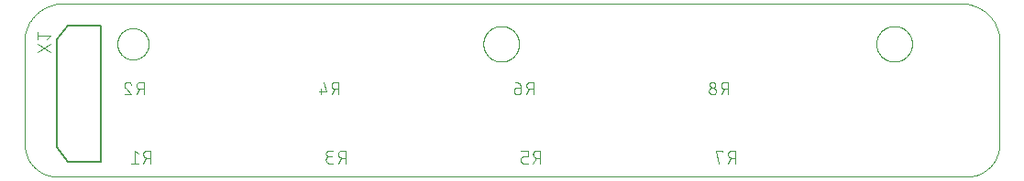
<source format=gbo>
G75*
%MOIN*%
%OFA0B0*%
%FSLAX25Y25*%
%IPPOS*%
%LPD*%
%AMOC8*
5,1,8,0,0,1.08239X$1,22.5*
%
%ADD10C,0.00000*%
%ADD11C,0.00400*%
%ADD12C,0.00500*%
D10*
X0021079Y0005938D02*
X0351787Y0005938D01*
X0352072Y0005941D01*
X0352358Y0005952D01*
X0352643Y0005969D01*
X0352927Y0005993D01*
X0353211Y0006024D01*
X0353494Y0006062D01*
X0353775Y0006107D01*
X0354056Y0006158D01*
X0354336Y0006216D01*
X0354614Y0006281D01*
X0354890Y0006353D01*
X0355164Y0006431D01*
X0355437Y0006516D01*
X0355707Y0006608D01*
X0355975Y0006706D01*
X0356241Y0006810D01*
X0356504Y0006921D01*
X0356764Y0007038D01*
X0357022Y0007161D01*
X0357276Y0007291D01*
X0357527Y0007427D01*
X0357775Y0007568D01*
X0358019Y0007716D01*
X0358260Y0007869D01*
X0358496Y0008029D01*
X0358729Y0008194D01*
X0358958Y0008364D01*
X0359183Y0008540D01*
X0359403Y0008722D01*
X0359619Y0008908D01*
X0359830Y0009100D01*
X0360037Y0009297D01*
X0360239Y0009499D01*
X0360436Y0009706D01*
X0360628Y0009917D01*
X0360814Y0010133D01*
X0360996Y0010353D01*
X0361172Y0010578D01*
X0361342Y0010807D01*
X0361507Y0011040D01*
X0361667Y0011276D01*
X0361820Y0011517D01*
X0361968Y0011761D01*
X0362109Y0012009D01*
X0362245Y0012260D01*
X0362375Y0012514D01*
X0362498Y0012772D01*
X0362615Y0013032D01*
X0362726Y0013295D01*
X0362830Y0013561D01*
X0362928Y0013829D01*
X0363020Y0014099D01*
X0363105Y0014372D01*
X0363183Y0014646D01*
X0363255Y0014922D01*
X0363320Y0015200D01*
X0363378Y0015480D01*
X0363429Y0015761D01*
X0363474Y0016042D01*
X0363512Y0016325D01*
X0363543Y0016609D01*
X0363567Y0016893D01*
X0363584Y0017178D01*
X0363595Y0017464D01*
X0363598Y0017749D01*
X0363598Y0053182D01*
X0363598Y0053183D02*
X0363642Y0053516D01*
X0363677Y0053851D01*
X0363704Y0054186D01*
X0363724Y0054522D01*
X0363735Y0054858D01*
X0363738Y0055194D01*
X0363733Y0055530D01*
X0363720Y0055867D01*
X0363698Y0056202D01*
X0363669Y0056537D01*
X0363631Y0056872D01*
X0363586Y0057205D01*
X0363532Y0057537D01*
X0363470Y0057868D01*
X0363401Y0058197D01*
X0363323Y0058524D01*
X0363238Y0058849D01*
X0363144Y0059172D01*
X0363043Y0059493D01*
X0362935Y0059811D01*
X0362818Y0060127D01*
X0362694Y0060440D01*
X0362563Y0060749D01*
X0362424Y0061056D01*
X0362277Y0061358D01*
X0362124Y0061658D01*
X0361963Y0061953D01*
X0361795Y0062245D01*
X0361620Y0062532D01*
X0361438Y0062815D01*
X0361250Y0063093D01*
X0361054Y0063367D01*
X0360852Y0063636D01*
X0360644Y0063900D01*
X0360430Y0064159D01*
X0360209Y0064413D01*
X0359982Y0064662D01*
X0359749Y0064904D01*
X0359511Y0065142D01*
X0359266Y0065373D01*
X0359017Y0065598D01*
X0358762Y0065817D01*
X0358501Y0066030D01*
X0358236Y0066237D01*
X0357965Y0066437D01*
X0357690Y0066631D01*
X0357411Y0066817D01*
X0357127Y0066997D01*
X0356838Y0067171D01*
X0356546Y0067337D01*
X0356249Y0067496D01*
X0355949Y0067647D01*
X0355645Y0067792D01*
X0355338Y0067929D01*
X0355028Y0068059D01*
X0354714Y0068181D01*
X0354398Y0068295D01*
X0354079Y0068402D01*
X0353758Y0068501D01*
X0353434Y0068592D01*
X0353108Y0068676D01*
X0352780Y0068751D01*
X0352451Y0068819D01*
X0352120Y0068879D01*
X0351787Y0068930D01*
X0021079Y0068930D01*
X0020746Y0068879D01*
X0020415Y0068819D01*
X0020086Y0068751D01*
X0019758Y0068676D01*
X0019432Y0068592D01*
X0019108Y0068501D01*
X0018787Y0068402D01*
X0018468Y0068295D01*
X0018152Y0068181D01*
X0017838Y0068059D01*
X0017528Y0067929D01*
X0017221Y0067792D01*
X0016917Y0067647D01*
X0016617Y0067496D01*
X0016320Y0067337D01*
X0016028Y0067171D01*
X0015739Y0066997D01*
X0015455Y0066817D01*
X0015176Y0066631D01*
X0014901Y0066437D01*
X0014630Y0066237D01*
X0014365Y0066030D01*
X0014104Y0065817D01*
X0013849Y0065598D01*
X0013600Y0065373D01*
X0013355Y0065142D01*
X0013117Y0064904D01*
X0012884Y0064662D01*
X0012657Y0064413D01*
X0012436Y0064159D01*
X0012222Y0063900D01*
X0012014Y0063636D01*
X0011812Y0063367D01*
X0011616Y0063093D01*
X0011428Y0062815D01*
X0011246Y0062532D01*
X0011071Y0062245D01*
X0010903Y0061953D01*
X0010742Y0061658D01*
X0010589Y0061358D01*
X0010442Y0061056D01*
X0010303Y0060749D01*
X0010172Y0060440D01*
X0010048Y0060127D01*
X0009931Y0059811D01*
X0009823Y0059493D01*
X0009722Y0059172D01*
X0009628Y0058849D01*
X0009543Y0058524D01*
X0009465Y0058197D01*
X0009396Y0057868D01*
X0009334Y0057537D01*
X0009280Y0057205D01*
X0009235Y0056872D01*
X0009197Y0056537D01*
X0009168Y0056202D01*
X0009146Y0055867D01*
X0009133Y0055530D01*
X0009128Y0055194D01*
X0009131Y0054858D01*
X0009142Y0054522D01*
X0009162Y0054186D01*
X0009189Y0053851D01*
X0009224Y0053516D01*
X0009268Y0053183D01*
X0009268Y0053182D02*
X0009268Y0017749D01*
X0009271Y0017464D01*
X0009282Y0017178D01*
X0009299Y0016893D01*
X0009323Y0016609D01*
X0009354Y0016325D01*
X0009392Y0016042D01*
X0009437Y0015761D01*
X0009488Y0015480D01*
X0009546Y0015200D01*
X0009611Y0014922D01*
X0009683Y0014646D01*
X0009761Y0014372D01*
X0009846Y0014099D01*
X0009938Y0013829D01*
X0010036Y0013561D01*
X0010140Y0013295D01*
X0010251Y0013032D01*
X0010368Y0012772D01*
X0010491Y0012514D01*
X0010621Y0012260D01*
X0010757Y0012009D01*
X0010898Y0011761D01*
X0011046Y0011517D01*
X0011199Y0011276D01*
X0011359Y0011040D01*
X0011524Y0010807D01*
X0011694Y0010578D01*
X0011870Y0010353D01*
X0012052Y0010133D01*
X0012238Y0009917D01*
X0012430Y0009706D01*
X0012627Y0009499D01*
X0012829Y0009297D01*
X0013036Y0009100D01*
X0013247Y0008908D01*
X0013463Y0008722D01*
X0013683Y0008540D01*
X0013908Y0008364D01*
X0014137Y0008194D01*
X0014370Y0008029D01*
X0014606Y0007869D01*
X0014847Y0007716D01*
X0015091Y0007568D01*
X0015339Y0007427D01*
X0015590Y0007291D01*
X0015844Y0007161D01*
X0016102Y0007038D01*
X0016362Y0006921D01*
X0016625Y0006810D01*
X0016891Y0006706D01*
X0017159Y0006608D01*
X0017429Y0006516D01*
X0017702Y0006431D01*
X0017976Y0006353D01*
X0018252Y0006281D01*
X0018530Y0006216D01*
X0018810Y0006158D01*
X0019091Y0006107D01*
X0019372Y0006062D01*
X0019655Y0006024D01*
X0019939Y0005993D01*
X0020223Y0005969D01*
X0020508Y0005952D01*
X0020794Y0005941D01*
X0021079Y0005938D01*
X0042929Y0054363D02*
X0042931Y0054514D01*
X0042937Y0054664D01*
X0042947Y0054815D01*
X0042961Y0054965D01*
X0042979Y0055114D01*
X0043000Y0055264D01*
X0043026Y0055412D01*
X0043056Y0055560D01*
X0043089Y0055707D01*
X0043127Y0055853D01*
X0043168Y0055998D01*
X0043213Y0056142D01*
X0043262Y0056284D01*
X0043315Y0056425D01*
X0043371Y0056565D01*
X0043431Y0056703D01*
X0043494Y0056840D01*
X0043562Y0056975D01*
X0043632Y0057108D01*
X0043706Y0057239D01*
X0043784Y0057368D01*
X0043865Y0057495D01*
X0043949Y0057620D01*
X0044037Y0057743D01*
X0044128Y0057863D01*
X0044222Y0057981D01*
X0044319Y0058096D01*
X0044419Y0058209D01*
X0044522Y0058319D01*
X0044628Y0058426D01*
X0044737Y0058531D01*
X0044848Y0058632D01*
X0044962Y0058731D01*
X0045078Y0058826D01*
X0045198Y0058919D01*
X0045319Y0059008D01*
X0045443Y0059094D01*
X0045569Y0059177D01*
X0045697Y0059256D01*
X0045827Y0059332D01*
X0045959Y0059405D01*
X0046093Y0059473D01*
X0046229Y0059539D01*
X0046367Y0059601D01*
X0046506Y0059659D01*
X0046646Y0059713D01*
X0046788Y0059764D01*
X0046931Y0059811D01*
X0047076Y0059854D01*
X0047221Y0059893D01*
X0047368Y0059929D01*
X0047515Y0059960D01*
X0047663Y0059988D01*
X0047812Y0060012D01*
X0047961Y0060032D01*
X0048111Y0060048D01*
X0048261Y0060060D01*
X0048412Y0060068D01*
X0048563Y0060072D01*
X0048713Y0060072D01*
X0048864Y0060068D01*
X0049015Y0060060D01*
X0049165Y0060048D01*
X0049315Y0060032D01*
X0049464Y0060012D01*
X0049613Y0059988D01*
X0049761Y0059960D01*
X0049908Y0059929D01*
X0050055Y0059893D01*
X0050200Y0059854D01*
X0050345Y0059811D01*
X0050488Y0059764D01*
X0050630Y0059713D01*
X0050770Y0059659D01*
X0050909Y0059601D01*
X0051047Y0059539D01*
X0051183Y0059473D01*
X0051317Y0059405D01*
X0051449Y0059332D01*
X0051579Y0059256D01*
X0051707Y0059177D01*
X0051833Y0059094D01*
X0051957Y0059008D01*
X0052078Y0058919D01*
X0052198Y0058826D01*
X0052314Y0058731D01*
X0052428Y0058632D01*
X0052539Y0058531D01*
X0052648Y0058426D01*
X0052754Y0058319D01*
X0052857Y0058209D01*
X0052957Y0058096D01*
X0053054Y0057981D01*
X0053148Y0057863D01*
X0053239Y0057743D01*
X0053327Y0057620D01*
X0053411Y0057495D01*
X0053492Y0057368D01*
X0053570Y0057239D01*
X0053644Y0057108D01*
X0053714Y0056975D01*
X0053782Y0056840D01*
X0053845Y0056703D01*
X0053905Y0056565D01*
X0053961Y0056425D01*
X0054014Y0056284D01*
X0054063Y0056142D01*
X0054108Y0055998D01*
X0054149Y0055853D01*
X0054187Y0055707D01*
X0054220Y0055560D01*
X0054250Y0055412D01*
X0054276Y0055264D01*
X0054297Y0055114D01*
X0054315Y0054965D01*
X0054329Y0054815D01*
X0054339Y0054664D01*
X0054345Y0054514D01*
X0054347Y0054363D01*
X0054345Y0054212D01*
X0054339Y0054062D01*
X0054329Y0053911D01*
X0054315Y0053761D01*
X0054297Y0053612D01*
X0054276Y0053462D01*
X0054250Y0053314D01*
X0054220Y0053166D01*
X0054187Y0053019D01*
X0054149Y0052873D01*
X0054108Y0052728D01*
X0054063Y0052584D01*
X0054014Y0052442D01*
X0053961Y0052301D01*
X0053905Y0052161D01*
X0053845Y0052023D01*
X0053782Y0051886D01*
X0053714Y0051751D01*
X0053644Y0051618D01*
X0053570Y0051487D01*
X0053492Y0051358D01*
X0053411Y0051231D01*
X0053327Y0051106D01*
X0053239Y0050983D01*
X0053148Y0050863D01*
X0053054Y0050745D01*
X0052957Y0050630D01*
X0052857Y0050517D01*
X0052754Y0050407D01*
X0052648Y0050300D01*
X0052539Y0050195D01*
X0052428Y0050094D01*
X0052314Y0049995D01*
X0052198Y0049900D01*
X0052078Y0049807D01*
X0051957Y0049718D01*
X0051833Y0049632D01*
X0051707Y0049549D01*
X0051579Y0049470D01*
X0051449Y0049394D01*
X0051317Y0049321D01*
X0051183Y0049253D01*
X0051047Y0049187D01*
X0050909Y0049125D01*
X0050770Y0049067D01*
X0050630Y0049013D01*
X0050488Y0048962D01*
X0050345Y0048915D01*
X0050200Y0048872D01*
X0050055Y0048833D01*
X0049908Y0048797D01*
X0049761Y0048766D01*
X0049613Y0048738D01*
X0049464Y0048714D01*
X0049315Y0048694D01*
X0049165Y0048678D01*
X0049015Y0048666D01*
X0048864Y0048658D01*
X0048713Y0048654D01*
X0048563Y0048654D01*
X0048412Y0048658D01*
X0048261Y0048666D01*
X0048111Y0048678D01*
X0047961Y0048694D01*
X0047812Y0048714D01*
X0047663Y0048738D01*
X0047515Y0048766D01*
X0047368Y0048797D01*
X0047221Y0048833D01*
X0047076Y0048872D01*
X0046931Y0048915D01*
X0046788Y0048962D01*
X0046646Y0049013D01*
X0046506Y0049067D01*
X0046367Y0049125D01*
X0046229Y0049187D01*
X0046093Y0049253D01*
X0045959Y0049321D01*
X0045827Y0049394D01*
X0045697Y0049470D01*
X0045569Y0049549D01*
X0045443Y0049632D01*
X0045319Y0049718D01*
X0045198Y0049807D01*
X0045078Y0049900D01*
X0044962Y0049995D01*
X0044848Y0050094D01*
X0044737Y0050195D01*
X0044628Y0050300D01*
X0044522Y0050407D01*
X0044419Y0050517D01*
X0044319Y0050630D01*
X0044222Y0050745D01*
X0044128Y0050863D01*
X0044037Y0050983D01*
X0043949Y0051106D01*
X0043865Y0051231D01*
X0043784Y0051358D01*
X0043706Y0051487D01*
X0043632Y0051618D01*
X0043562Y0051751D01*
X0043494Y0051886D01*
X0043431Y0052023D01*
X0043371Y0052161D01*
X0043315Y0052301D01*
X0043262Y0052442D01*
X0043213Y0052584D01*
X0043168Y0052728D01*
X0043127Y0052873D01*
X0043089Y0053019D01*
X0043056Y0053166D01*
X0043026Y0053314D01*
X0043000Y0053462D01*
X0042979Y0053612D01*
X0042961Y0053761D01*
X0042947Y0053911D01*
X0042937Y0054062D01*
X0042931Y0054212D01*
X0042929Y0054363D01*
X0176000Y0054363D02*
X0176002Y0054524D01*
X0176008Y0054684D01*
X0176018Y0054845D01*
X0176032Y0055005D01*
X0176050Y0055164D01*
X0176071Y0055324D01*
X0176097Y0055482D01*
X0176127Y0055640D01*
X0176160Y0055797D01*
X0176198Y0055954D01*
X0176239Y0056109D01*
X0176284Y0056263D01*
X0176333Y0056416D01*
X0176386Y0056568D01*
X0176442Y0056718D01*
X0176502Y0056867D01*
X0176566Y0057015D01*
X0176633Y0057161D01*
X0176704Y0057305D01*
X0176779Y0057447D01*
X0176857Y0057588D01*
X0176938Y0057726D01*
X0177023Y0057863D01*
X0177112Y0057997D01*
X0177203Y0058129D01*
X0177298Y0058259D01*
X0177396Y0058386D01*
X0177497Y0058511D01*
X0177601Y0058634D01*
X0177708Y0058753D01*
X0177818Y0058870D01*
X0177931Y0058985D01*
X0178047Y0059096D01*
X0178165Y0059205D01*
X0178286Y0059310D01*
X0178410Y0059413D01*
X0178536Y0059513D01*
X0178665Y0059609D01*
X0178796Y0059702D01*
X0178929Y0059792D01*
X0179064Y0059879D01*
X0179202Y0059962D01*
X0179341Y0060041D01*
X0179483Y0060118D01*
X0179626Y0060191D01*
X0179771Y0060260D01*
X0179918Y0060325D01*
X0180066Y0060387D01*
X0180216Y0060446D01*
X0180367Y0060500D01*
X0180519Y0060551D01*
X0180673Y0060598D01*
X0180828Y0060641D01*
X0180983Y0060680D01*
X0181140Y0060716D01*
X0181298Y0060748D01*
X0181456Y0060775D01*
X0181615Y0060799D01*
X0181774Y0060819D01*
X0181934Y0060835D01*
X0182095Y0060847D01*
X0182255Y0060855D01*
X0182416Y0060859D01*
X0182576Y0060859D01*
X0182737Y0060855D01*
X0182897Y0060847D01*
X0183058Y0060835D01*
X0183218Y0060819D01*
X0183377Y0060799D01*
X0183536Y0060775D01*
X0183694Y0060748D01*
X0183852Y0060716D01*
X0184009Y0060680D01*
X0184164Y0060641D01*
X0184319Y0060598D01*
X0184473Y0060551D01*
X0184625Y0060500D01*
X0184776Y0060446D01*
X0184926Y0060387D01*
X0185074Y0060325D01*
X0185221Y0060260D01*
X0185366Y0060191D01*
X0185509Y0060118D01*
X0185651Y0060041D01*
X0185790Y0059962D01*
X0185928Y0059879D01*
X0186063Y0059792D01*
X0186196Y0059702D01*
X0186327Y0059609D01*
X0186456Y0059513D01*
X0186582Y0059413D01*
X0186706Y0059310D01*
X0186827Y0059205D01*
X0186945Y0059096D01*
X0187061Y0058985D01*
X0187174Y0058870D01*
X0187284Y0058753D01*
X0187391Y0058634D01*
X0187495Y0058511D01*
X0187596Y0058386D01*
X0187694Y0058259D01*
X0187789Y0058129D01*
X0187880Y0057997D01*
X0187969Y0057863D01*
X0188054Y0057726D01*
X0188135Y0057588D01*
X0188213Y0057447D01*
X0188288Y0057305D01*
X0188359Y0057161D01*
X0188426Y0057015D01*
X0188490Y0056867D01*
X0188550Y0056718D01*
X0188606Y0056568D01*
X0188659Y0056416D01*
X0188708Y0056263D01*
X0188753Y0056109D01*
X0188794Y0055954D01*
X0188832Y0055797D01*
X0188865Y0055640D01*
X0188895Y0055482D01*
X0188921Y0055324D01*
X0188942Y0055164D01*
X0188960Y0055005D01*
X0188974Y0054845D01*
X0188984Y0054684D01*
X0188990Y0054524D01*
X0188992Y0054363D01*
X0188990Y0054202D01*
X0188984Y0054042D01*
X0188974Y0053881D01*
X0188960Y0053721D01*
X0188942Y0053562D01*
X0188921Y0053402D01*
X0188895Y0053244D01*
X0188865Y0053086D01*
X0188832Y0052929D01*
X0188794Y0052772D01*
X0188753Y0052617D01*
X0188708Y0052463D01*
X0188659Y0052310D01*
X0188606Y0052158D01*
X0188550Y0052008D01*
X0188490Y0051859D01*
X0188426Y0051711D01*
X0188359Y0051565D01*
X0188288Y0051421D01*
X0188213Y0051279D01*
X0188135Y0051138D01*
X0188054Y0051000D01*
X0187969Y0050863D01*
X0187880Y0050729D01*
X0187789Y0050597D01*
X0187694Y0050467D01*
X0187596Y0050340D01*
X0187495Y0050215D01*
X0187391Y0050092D01*
X0187284Y0049973D01*
X0187174Y0049856D01*
X0187061Y0049741D01*
X0186945Y0049630D01*
X0186827Y0049521D01*
X0186706Y0049416D01*
X0186582Y0049313D01*
X0186456Y0049213D01*
X0186327Y0049117D01*
X0186196Y0049024D01*
X0186063Y0048934D01*
X0185928Y0048847D01*
X0185790Y0048764D01*
X0185651Y0048685D01*
X0185509Y0048608D01*
X0185366Y0048535D01*
X0185221Y0048466D01*
X0185074Y0048401D01*
X0184926Y0048339D01*
X0184776Y0048280D01*
X0184625Y0048226D01*
X0184473Y0048175D01*
X0184319Y0048128D01*
X0184164Y0048085D01*
X0184009Y0048046D01*
X0183852Y0048010D01*
X0183694Y0047978D01*
X0183536Y0047951D01*
X0183377Y0047927D01*
X0183218Y0047907D01*
X0183058Y0047891D01*
X0182897Y0047879D01*
X0182737Y0047871D01*
X0182576Y0047867D01*
X0182416Y0047867D01*
X0182255Y0047871D01*
X0182095Y0047879D01*
X0181934Y0047891D01*
X0181774Y0047907D01*
X0181615Y0047927D01*
X0181456Y0047951D01*
X0181298Y0047978D01*
X0181140Y0048010D01*
X0180983Y0048046D01*
X0180828Y0048085D01*
X0180673Y0048128D01*
X0180519Y0048175D01*
X0180367Y0048226D01*
X0180216Y0048280D01*
X0180066Y0048339D01*
X0179918Y0048401D01*
X0179771Y0048466D01*
X0179626Y0048535D01*
X0179483Y0048608D01*
X0179341Y0048685D01*
X0179202Y0048764D01*
X0179064Y0048847D01*
X0178929Y0048934D01*
X0178796Y0049024D01*
X0178665Y0049117D01*
X0178536Y0049213D01*
X0178410Y0049313D01*
X0178286Y0049416D01*
X0178165Y0049521D01*
X0178047Y0049630D01*
X0177931Y0049741D01*
X0177818Y0049856D01*
X0177708Y0049973D01*
X0177601Y0050092D01*
X0177497Y0050215D01*
X0177396Y0050340D01*
X0177298Y0050467D01*
X0177203Y0050597D01*
X0177112Y0050729D01*
X0177023Y0050863D01*
X0176938Y0051000D01*
X0176857Y0051138D01*
X0176779Y0051279D01*
X0176704Y0051421D01*
X0176633Y0051565D01*
X0176566Y0051711D01*
X0176502Y0051859D01*
X0176442Y0052008D01*
X0176386Y0052158D01*
X0176333Y0052310D01*
X0176284Y0052463D01*
X0176239Y0052617D01*
X0176198Y0052772D01*
X0176160Y0052929D01*
X0176127Y0053086D01*
X0176097Y0053244D01*
X0176071Y0053402D01*
X0176050Y0053562D01*
X0176032Y0053721D01*
X0176018Y0053881D01*
X0176008Y0054042D01*
X0176002Y0054202D01*
X0176000Y0054363D01*
X0318913Y0054363D02*
X0318915Y0054524D01*
X0318921Y0054684D01*
X0318931Y0054845D01*
X0318945Y0055005D01*
X0318963Y0055164D01*
X0318984Y0055324D01*
X0319010Y0055482D01*
X0319040Y0055640D01*
X0319073Y0055797D01*
X0319111Y0055954D01*
X0319152Y0056109D01*
X0319197Y0056263D01*
X0319246Y0056416D01*
X0319299Y0056568D01*
X0319355Y0056718D01*
X0319415Y0056867D01*
X0319479Y0057015D01*
X0319546Y0057161D01*
X0319617Y0057305D01*
X0319692Y0057447D01*
X0319770Y0057588D01*
X0319851Y0057726D01*
X0319936Y0057863D01*
X0320025Y0057997D01*
X0320116Y0058129D01*
X0320211Y0058259D01*
X0320309Y0058386D01*
X0320410Y0058511D01*
X0320514Y0058634D01*
X0320621Y0058753D01*
X0320731Y0058870D01*
X0320844Y0058985D01*
X0320960Y0059096D01*
X0321078Y0059205D01*
X0321199Y0059310D01*
X0321323Y0059413D01*
X0321449Y0059513D01*
X0321578Y0059609D01*
X0321709Y0059702D01*
X0321842Y0059792D01*
X0321977Y0059879D01*
X0322115Y0059962D01*
X0322254Y0060041D01*
X0322396Y0060118D01*
X0322539Y0060191D01*
X0322684Y0060260D01*
X0322831Y0060325D01*
X0322979Y0060387D01*
X0323129Y0060446D01*
X0323280Y0060500D01*
X0323432Y0060551D01*
X0323586Y0060598D01*
X0323741Y0060641D01*
X0323896Y0060680D01*
X0324053Y0060716D01*
X0324211Y0060748D01*
X0324369Y0060775D01*
X0324528Y0060799D01*
X0324687Y0060819D01*
X0324847Y0060835D01*
X0325008Y0060847D01*
X0325168Y0060855D01*
X0325329Y0060859D01*
X0325489Y0060859D01*
X0325650Y0060855D01*
X0325810Y0060847D01*
X0325971Y0060835D01*
X0326131Y0060819D01*
X0326290Y0060799D01*
X0326449Y0060775D01*
X0326607Y0060748D01*
X0326765Y0060716D01*
X0326922Y0060680D01*
X0327077Y0060641D01*
X0327232Y0060598D01*
X0327386Y0060551D01*
X0327538Y0060500D01*
X0327689Y0060446D01*
X0327839Y0060387D01*
X0327987Y0060325D01*
X0328134Y0060260D01*
X0328279Y0060191D01*
X0328422Y0060118D01*
X0328564Y0060041D01*
X0328703Y0059962D01*
X0328841Y0059879D01*
X0328976Y0059792D01*
X0329109Y0059702D01*
X0329240Y0059609D01*
X0329369Y0059513D01*
X0329495Y0059413D01*
X0329619Y0059310D01*
X0329740Y0059205D01*
X0329858Y0059096D01*
X0329974Y0058985D01*
X0330087Y0058870D01*
X0330197Y0058753D01*
X0330304Y0058634D01*
X0330408Y0058511D01*
X0330509Y0058386D01*
X0330607Y0058259D01*
X0330702Y0058129D01*
X0330793Y0057997D01*
X0330882Y0057863D01*
X0330967Y0057726D01*
X0331048Y0057588D01*
X0331126Y0057447D01*
X0331201Y0057305D01*
X0331272Y0057161D01*
X0331339Y0057015D01*
X0331403Y0056867D01*
X0331463Y0056718D01*
X0331519Y0056568D01*
X0331572Y0056416D01*
X0331621Y0056263D01*
X0331666Y0056109D01*
X0331707Y0055954D01*
X0331745Y0055797D01*
X0331778Y0055640D01*
X0331808Y0055482D01*
X0331834Y0055324D01*
X0331855Y0055164D01*
X0331873Y0055005D01*
X0331887Y0054845D01*
X0331897Y0054684D01*
X0331903Y0054524D01*
X0331905Y0054363D01*
X0331903Y0054202D01*
X0331897Y0054042D01*
X0331887Y0053881D01*
X0331873Y0053721D01*
X0331855Y0053562D01*
X0331834Y0053402D01*
X0331808Y0053244D01*
X0331778Y0053086D01*
X0331745Y0052929D01*
X0331707Y0052772D01*
X0331666Y0052617D01*
X0331621Y0052463D01*
X0331572Y0052310D01*
X0331519Y0052158D01*
X0331463Y0052008D01*
X0331403Y0051859D01*
X0331339Y0051711D01*
X0331272Y0051565D01*
X0331201Y0051421D01*
X0331126Y0051279D01*
X0331048Y0051138D01*
X0330967Y0051000D01*
X0330882Y0050863D01*
X0330793Y0050729D01*
X0330702Y0050597D01*
X0330607Y0050467D01*
X0330509Y0050340D01*
X0330408Y0050215D01*
X0330304Y0050092D01*
X0330197Y0049973D01*
X0330087Y0049856D01*
X0329974Y0049741D01*
X0329858Y0049630D01*
X0329740Y0049521D01*
X0329619Y0049416D01*
X0329495Y0049313D01*
X0329369Y0049213D01*
X0329240Y0049117D01*
X0329109Y0049024D01*
X0328976Y0048934D01*
X0328841Y0048847D01*
X0328703Y0048764D01*
X0328564Y0048685D01*
X0328422Y0048608D01*
X0328279Y0048535D01*
X0328134Y0048466D01*
X0327987Y0048401D01*
X0327839Y0048339D01*
X0327689Y0048280D01*
X0327538Y0048226D01*
X0327386Y0048175D01*
X0327232Y0048128D01*
X0327077Y0048085D01*
X0326922Y0048046D01*
X0326765Y0048010D01*
X0326607Y0047978D01*
X0326449Y0047951D01*
X0326290Y0047927D01*
X0326131Y0047907D01*
X0325971Y0047891D01*
X0325810Y0047879D01*
X0325650Y0047871D01*
X0325489Y0047867D01*
X0325329Y0047867D01*
X0325168Y0047871D01*
X0325008Y0047879D01*
X0324847Y0047891D01*
X0324687Y0047907D01*
X0324528Y0047927D01*
X0324369Y0047951D01*
X0324211Y0047978D01*
X0324053Y0048010D01*
X0323896Y0048046D01*
X0323741Y0048085D01*
X0323586Y0048128D01*
X0323432Y0048175D01*
X0323280Y0048226D01*
X0323129Y0048280D01*
X0322979Y0048339D01*
X0322831Y0048401D01*
X0322684Y0048466D01*
X0322539Y0048535D01*
X0322396Y0048608D01*
X0322254Y0048685D01*
X0322115Y0048764D01*
X0321977Y0048847D01*
X0321842Y0048934D01*
X0321709Y0049024D01*
X0321578Y0049117D01*
X0321449Y0049213D01*
X0321323Y0049313D01*
X0321199Y0049416D01*
X0321078Y0049521D01*
X0320960Y0049630D01*
X0320844Y0049741D01*
X0320731Y0049856D01*
X0320621Y0049973D01*
X0320514Y0050092D01*
X0320410Y0050215D01*
X0320309Y0050340D01*
X0320211Y0050467D01*
X0320116Y0050597D01*
X0320025Y0050729D01*
X0319936Y0050863D01*
X0319851Y0051000D01*
X0319770Y0051138D01*
X0319692Y0051279D01*
X0319617Y0051421D01*
X0319546Y0051565D01*
X0319479Y0051711D01*
X0319415Y0051859D01*
X0319355Y0052008D01*
X0319299Y0052158D01*
X0319246Y0052310D01*
X0319197Y0052463D01*
X0319152Y0052617D01*
X0319111Y0052772D01*
X0319073Y0052929D01*
X0319040Y0053086D01*
X0319010Y0053244D01*
X0318984Y0053402D01*
X0318963Y0053562D01*
X0318945Y0053721D01*
X0318931Y0053881D01*
X0318921Y0054042D01*
X0318915Y0054202D01*
X0318913Y0054363D01*
D11*
X0265072Y0040463D02*
X0263794Y0040463D01*
X0265072Y0040463D02*
X0265072Y0035863D01*
X0263538Y0037907D02*
X0262516Y0035863D01*
X0260601Y0037140D02*
X0260599Y0037070D01*
X0260593Y0036999D01*
X0260584Y0036930D01*
X0260570Y0036861D01*
X0260553Y0036792D01*
X0260532Y0036725D01*
X0260507Y0036659D01*
X0260479Y0036595D01*
X0260447Y0036532D01*
X0260412Y0036471D01*
X0260373Y0036412D01*
X0260332Y0036355D01*
X0260287Y0036301D01*
X0260239Y0036249D01*
X0260189Y0036200D01*
X0260135Y0036153D01*
X0260080Y0036110D01*
X0260022Y0036070D01*
X0259962Y0036033D01*
X0259900Y0036000D01*
X0259836Y0035970D01*
X0259771Y0035943D01*
X0259705Y0035920D01*
X0259637Y0035901D01*
X0259568Y0035886D01*
X0259499Y0035874D01*
X0259429Y0035866D01*
X0259358Y0035862D01*
X0259288Y0035862D01*
X0259217Y0035866D01*
X0259147Y0035874D01*
X0259078Y0035886D01*
X0259009Y0035901D01*
X0258941Y0035920D01*
X0258875Y0035943D01*
X0258810Y0035970D01*
X0258746Y0036000D01*
X0258684Y0036033D01*
X0258624Y0036070D01*
X0258566Y0036110D01*
X0258511Y0036153D01*
X0258457Y0036200D01*
X0258407Y0036249D01*
X0258359Y0036301D01*
X0258314Y0036355D01*
X0258273Y0036412D01*
X0258234Y0036471D01*
X0258199Y0036532D01*
X0258167Y0036595D01*
X0258139Y0036659D01*
X0258114Y0036725D01*
X0258093Y0036792D01*
X0258076Y0036861D01*
X0258062Y0036930D01*
X0258053Y0036999D01*
X0258047Y0037070D01*
X0258045Y0037140D01*
X0258047Y0037210D01*
X0258053Y0037281D01*
X0258062Y0037350D01*
X0258076Y0037419D01*
X0258093Y0037488D01*
X0258114Y0037555D01*
X0258139Y0037621D01*
X0258167Y0037685D01*
X0258199Y0037748D01*
X0258234Y0037809D01*
X0258273Y0037868D01*
X0258314Y0037925D01*
X0258359Y0037979D01*
X0258407Y0038031D01*
X0258457Y0038080D01*
X0258511Y0038127D01*
X0258566Y0038170D01*
X0258624Y0038210D01*
X0258684Y0038247D01*
X0258746Y0038280D01*
X0258810Y0038310D01*
X0258875Y0038337D01*
X0258941Y0038360D01*
X0259009Y0038379D01*
X0259078Y0038394D01*
X0259147Y0038406D01*
X0259217Y0038414D01*
X0259288Y0038418D01*
X0259358Y0038418D01*
X0259429Y0038414D01*
X0259499Y0038406D01*
X0259568Y0038394D01*
X0259637Y0038379D01*
X0259705Y0038360D01*
X0259771Y0038337D01*
X0259836Y0038310D01*
X0259900Y0038280D01*
X0259962Y0038247D01*
X0260022Y0038210D01*
X0260080Y0038170D01*
X0260135Y0038127D01*
X0260189Y0038080D01*
X0260239Y0038031D01*
X0260287Y0037979D01*
X0260332Y0037925D01*
X0260373Y0037868D01*
X0260412Y0037809D01*
X0260447Y0037748D01*
X0260479Y0037685D01*
X0260507Y0037621D01*
X0260532Y0037555D01*
X0260553Y0037488D01*
X0260570Y0037419D01*
X0260584Y0037350D01*
X0260593Y0037281D01*
X0260599Y0037210D01*
X0260601Y0037140D01*
X0263794Y0037907D02*
X0265072Y0037907D01*
X0263794Y0037907D02*
X0263724Y0037909D01*
X0263653Y0037915D01*
X0263584Y0037924D01*
X0263515Y0037938D01*
X0263446Y0037955D01*
X0263379Y0037976D01*
X0263313Y0038001D01*
X0263249Y0038029D01*
X0263186Y0038061D01*
X0263125Y0038096D01*
X0263066Y0038135D01*
X0263009Y0038176D01*
X0262955Y0038221D01*
X0262903Y0038269D01*
X0262854Y0038319D01*
X0262807Y0038373D01*
X0262764Y0038428D01*
X0262724Y0038486D01*
X0262687Y0038546D01*
X0262654Y0038608D01*
X0262624Y0038672D01*
X0262597Y0038737D01*
X0262574Y0038803D01*
X0262555Y0038871D01*
X0262540Y0038940D01*
X0262528Y0039009D01*
X0262520Y0039079D01*
X0262516Y0039150D01*
X0262516Y0039220D01*
X0262520Y0039291D01*
X0262528Y0039361D01*
X0262540Y0039430D01*
X0262555Y0039499D01*
X0262574Y0039567D01*
X0262597Y0039633D01*
X0262624Y0039698D01*
X0262654Y0039762D01*
X0262687Y0039824D01*
X0262724Y0039884D01*
X0262764Y0039942D01*
X0262807Y0039997D01*
X0262854Y0040051D01*
X0262903Y0040101D01*
X0262955Y0040149D01*
X0263009Y0040194D01*
X0263066Y0040235D01*
X0263125Y0040274D01*
X0263186Y0040309D01*
X0263249Y0040341D01*
X0263313Y0040369D01*
X0263379Y0040394D01*
X0263446Y0040415D01*
X0263515Y0040432D01*
X0263584Y0040446D01*
X0263653Y0040455D01*
X0263724Y0040461D01*
X0263794Y0040463D01*
X0260345Y0039440D02*
X0260343Y0039377D01*
X0260337Y0039314D01*
X0260328Y0039252D01*
X0260314Y0039191D01*
X0260297Y0039130D01*
X0260276Y0039071D01*
X0260251Y0039013D01*
X0260223Y0038956D01*
X0260192Y0038902D01*
X0260157Y0038850D01*
X0260119Y0038799D01*
X0260078Y0038751D01*
X0260034Y0038706D01*
X0259988Y0038664D01*
X0259939Y0038624D01*
X0259888Y0038588D01*
X0259834Y0038555D01*
X0259779Y0038525D01*
X0259721Y0038499D01*
X0259663Y0038476D01*
X0259603Y0038457D01*
X0259542Y0038442D01*
X0259480Y0038430D01*
X0259417Y0038422D01*
X0259354Y0038418D01*
X0259292Y0038418D01*
X0259229Y0038422D01*
X0259166Y0038430D01*
X0259104Y0038442D01*
X0259043Y0038457D01*
X0258983Y0038476D01*
X0258925Y0038499D01*
X0258867Y0038525D01*
X0258812Y0038555D01*
X0258758Y0038588D01*
X0258707Y0038624D01*
X0258658Y0038664D01*
X0258612Y0038706D01*
X0258568Y0038751D01*
X0258527Y0038799D01*
X0258489Y0038850D01*
X0258454Y0038902D01*
X0258423Y0038956D01*
X0258395Y0039013D01*
X0258370Y0039071D01*
X0258349Y0039130D01*
X0258332Y0039191D01*
X0258318Y0039252D01*
X0258309Y0039314D01*
X0258303Y0039377D01*
X0258301Y0039440D01*
X0258303Y0039503D01*
X0258309Y0039566D01*
X0258318Y0039628D01*
X0258332Y0039689D01*
X0258349Y0039750D01*
X0258370Y0039809D01*
X0258395Y0039867D01*
X0258423Y0039924D01*
X0258454Y0039978D01*
X0258489Y0040030D01*
X0258527Y0040081D01*
X0258568Y0040129D01*
X0258612Y0040174D01*
X0258658Y0040216D01*
X0258707Y0040256D01*
X0258758Y0040292D01*
X0258812Y0040325D01*
X0258867Y0040355D01*
X0258925Y0040381D01*
X0258983Y0040404D01*
X0259043Y0040423D01*
X0259104Y0040438D01*
X0259166Y0040450D01*
X0259229Y0040458D01*
X0259292Y0040462D01*
X0259354Y0040462D01*
X0259417Y0040458D01*
X0259480Y0040450D01*
X0259542Y0040438D01*
X0259603Y0040423D01*
X0259663Y0040404D01*
X0259721Y0040381D01*
X0259779Y0040355D01*
X0259834Y0040325D01*
X0259888Y0040292D01*
X0259939Y0040256D01*
X0259988Y0040216D01*
X0260034Y0040174D01*
X0260078Y0040129D01*
X0260119Y0040081D01*
X0260157Y0040030D01*
X0260192Y0039978D01*
X0260223Y0039924D01*
X0260251Y0039867D01*
X0260276Y0039809D01*
X0260297Y0039750D01*
X0260314Y0039689D01*
X0260328Y0039628D01*
X0260337Y0039566D01*
X0260343Y0039503D01*
X0260345Y0039440D01*
X0194206Y0040463D02*
X0194206Y0035863D01*
X0192672Y0037907D02*
X0191650Y0035863D01*
X0189735Y0037140D02*
X0189735Y0038418D01*
X0188201Y0038418D01*
X0189734Y0038418D02*
X0189732Y0038507D01*
X0189726Y0038596D01*
X0189717Y0038685D01*
X0189703Y0038773D01*
X0189686Y0038860D01*
X0189664Y0038947D01*
X0189639Y0039033D01*
X0189611Y0039117D01*
X0189578Y0039200D01*
X0189542Y0039282D01*
X0189503Y0039362D01*
X0189460Y0039440D01*
X0189414Y0039516D01*
X0189364Y0039590D01*
X0189312Y0039662D01*
X0189256Y0039732D01*
X0189197Y0039799D01*
X0189135Y0039863D01*
X0189071Y0039925D01*
X0189004Y0039984D01*
X0188934Y0040040D01*
X0188862Y0040092D01*
X0188788Y0040142D01*
X0188712Y0040188D01*
X0188634Y0040231D01*
X0188554Y0040270D01*
X0188472Y0040306D01*
X0188389Y0040339D01*
X0188305Y0040367D01*
X0188219Y0040392D01*
X0188132Y0040414D01*
X0188045Y0040431D01*
X0187957Y0040445D01*
X0187868Y0040454D01*
X0187779Y0040460D01*
X0187690Y0040462D01*
X0192928Y0040463D02*
X0194206Y0040463D01*
X0192928Y0040463D02*
X0192858Y0040461D01*
X0192787Y0040455D01*
X0192718Y0040446D01*
X0192649Y0040432D01*
X0192580Y0040415D01*
X0192513Y0040394D01*
X0192447Y0040369D01*
X0192383Y0040341D01*
X0192320Y0040309D01*
X0192259Y0040274D01*
X0192200Y0040235D01*
X0192143Y0040194D01*
X0192089Y0040149D01*
X0192037Y0040101D01*
X0191988Y0040051D01*
X0191941Y0039997D01*
X0191898Y0039942D01*
X0191858Y0039884D01*
X0191821Y0039824D01*
X0191788Y0039762D01*
X0191758Y0039698D01*
X0191731Y0039633D01*
X0191708Y0039567D01*
X0191689Y0039499D01*
X0191674Y0039430D01*
X0191662Y0039361D01*
X0191654Y0039291D01*
X0191650Y0039220D01*
X0191650Y0039150D01*
X0191654Y0039079D01*
X0191662Y0039009D01*
X0191674Y0038940D01*
X0191689Y0038871D01*
X0191708Y0038803D01*
X0191731Y0038737D01*
X0191758Y0038672D01*
X0191788Y0038608D01*
X0191821Y0038546D01*
X0191858Y0038486D01*
X0191898Y0038428D01*
X0191941Y0038373D01*
X0191988Y0038319D01*
X0192037Y0038269D01*
X0192089Y0038221D01*
X0192143Y0038176D01*
X0192200Y0038135D01*
X0192259Y0038096D01*
X0192320Y0038061D01*
X0192383Y0038029D01*
X0192447Y0038001D01*
X0192513Y0037976D01*
X0192580Y0037955D01*
X0192649Y0037938D01*
X0192718Y0037924D01*
X0192787Y0037915D01*
X0192858Y0037909D01*
X0192928Y0037907D01*
X0194206Y0037907D01*
X0189735Y0037140D02*
X0189733Y0037070D01*
X0189727Y0036999D01*
X0189718Y0036930D01*
X0189704Y0036861D01*
X0189687Y0036792D01*
X0189666Y0036725D01*
X0189641Y0036659D01*
X0189613Y0036595D01*
X0189581Y0036532D01*
X0189546Y0036471D01*
X0189507Y0036412D01*
X0189466Y0036355D01*
X0189421Y0036301D01*
X0189373Y0036249D01*
X0189323Y0036200D01*
X0189269Y0036153D01*
X0189214Y0036110D01*
X0189156Y0036070D01*
X0189096Y0036033D01*
X0189034Y0036000D01*
X0188970Y0035970D01*
X0188905Y0035943D01*
X0188839Y0035920D01*
X0188771Y0035901D01*
X0188702Y0035886D01*
X0188633Y0035874D01*
X0188563Y0035866D01*
X0188492Y0035862D01*
X0188422Y0035862D01*
X0188351Y0035866D01*
X0188281Y0035874D01*
X0188212Y0035886D01*
X0188143Y0035901D01*
X0188075Y0035920D01*
X0188009Y0035943D01*
X0187944Y0035970D01*
X0187880Y0036000D01*
X0187818Y0036033D01*
X0187758Y0036070D01*
X0187700Y0036110D01*
X0187645Y0036153D01*
X0187591Y0036200D01*
X0187541Y0036249D01*
X0187493Y0036301D01*
X0187448Y0036355D01*
X0187407Y0036412D01*
X0187368Y0036471D01*
X0187333Y0036532D01*
X0187301Y0036595D01*
X0187273Y0036659D01*
X0187248Y0036725D01*
X0187227Y0036792D01*
X0187210Y0036861D01*
X0187196Y0036930D01*
X0187187Y0036999D01*
X0187181Y0037070D01*
X0187179Y0037140D01*
X0187179Y0037396D01*
X0187181Y0037458D01*
X0187186Y0037519D01*
X0187196Y0037580D01*
X0187209Y0037641D01*
X0187225Y0037700D01*
X0187245Y0037758D01*
X0187269Y0037815D01*
X0187296Y0037871D01*
X0187326Y0037925D01*
X0187360Y0037977D01*
X0187396Y0038026D01*
X0187436Y0038074D01*
X0187478Y0038119D01*
X0187523Y0038161D01*
X0187571Y0038201D01*
X0187620Y0038237D01*
X0187672Y0038271D01*
X0187726Y0038301D01*
X0187782Y0038328D01*
X0187839Y0038352D01*
X0187897Y0038372D01*
X0187956Y0038388D01*
X0188017Y0038401D01*
X0188078Y0038411D01*
X0188139Y0038416D01*
X0188201Y0038418D01*
X0123339Y0037907D02*
X0122062Y0037907D01*
X0121806Y0037907D02*
X0120784Y0035863D01*
X0123339Y0035863D02*
X0123339Y0040463D01*
X0122062Y0040463D01*
X0121992Y0040461D01*
X0121921Y0040455D01*
X0121852Y0040446D01*
X0121783Y0040432D01*
X0121714Y0040415D01*
X0121647Y0040394D01*
X0121581Y0040369D01*
X0121517Y0040341D01*
X0121454Y0040309D01*
X0121393Y0040274D01*
X0121334Y0040235D01*
X0121277Y0040194D01*
X0121223Y0040149D01*
X0121171Y0040101D01*
X0121122Y0040051D01*
X0121075Y0039997D01*
X0121032Y0039942D01*
X0120992Y0039884D01*
X0120955Y0039824D01*
X0120922Y0039762D01*
X0120892Y0039698D01*
X0120865Y0039633D01*
X0120842Y0039567D01*
X0120823Y0039499D01*
X0120808Y0039430D01*
X0120796Y0039361D01*
X0120788Y0039291D01*
X0120784Y0039220D01*
X0120784Y0039150D01*
X0120788Y0039079D01*
X0120796Y0039009D01*
X0120808Y0038940D01*
X0120823Y0038871D01*
X0120842Y0038803D01*
X0120865Y0038737D01*
X0120892Y0038672D01*
X0120922Y0038608D01*
X0120955Y0038546D01*
X0120992Y0038486D01*
X0121032Y0038428D01*
X0121075Y0038373D01*
X0121122Y0038319D01*
X0121171Y0038269D01*
X0121223Y0038221D01*
X0121277Y0038176D01*
X0121334Y0038135D01*
X0121393Y0038096D01*
X0121454Y0038061D01*
X0121517Y0038029D01*
X0121581Y0038001D01*
X0121647Y0037976D01*
X0121714Y0037955D01*
X0121783Y0037938D01*
X0121852Y0037924D01*
X0121921Y0037915D01*
X0121992Y0037909D01*
X0122062Y0037907D01*
X0118868Y0036885D02*
X0116313Y0036885D01*
X0117079Y0037907D02*
X0117079Y0035863D01*
X0118868Y0036885D02*
X0117846Y0040463D01*
X0052473Y0040463D02*
X0052473Y0035863D01*
X0049918Y0035863D02*
X0050940Y0037907D01*
X0051195Y0037907D02*
X0052473Y0037907D01*
X0048002Y0035863D02*
X0045830Y0038418D01*
X0046597Y0040462D02*
X0046671Y0040460D01*
X0046745Y0040455D01*
X0046819Y0040445D01*
X0046892Y0040432D01*
X0046965Y0040416D01*
X0047036Y0040395D01*
X0047106Y0040371D01*
X0047175Y0040344D01*
X0047243Y0040313D01*
X0047309Y0040279D01*
X0047373Y0040242D01*
X0047435Y0040201D01*
X0047496Y0040157D01*
X0047553Y0040111D01*
X0047609Y0040061D01*
X0047662Y0040009D01*
X0047712Y0039954D01*
X0047759Y0039897D01*
X0047803Y0039837D01*
X0047845Y0039775D01*
X0047883Y0039712D01*
X0047918Y0039646D01*
X0047949Y0039579D01*
X0047977Y0039510D01*
X0048002Y0039440D01*
X0045830Y0038419D02*
X0045783Y0038466D01*
X0045739Y0038516D01*
X0045697Y0038568D01*
X0045658Y0038622D01*
X0045623Y0038678D01*
X0045590Y0038736D01*
X0045560Y0038796D01*
X0045534Y0038857D01*
X0045511Y0038920D01*
X0045492Y0038984D01*
X0045476Y0039048D01*
X0045463Y0039114D01*
X0045454Y0039180D01*
X0045449Y0039246D01*
X0045447Y0039313D01*
X0045449Y0039380D01*
X0045455Y0039447D01*
X0045464Y0039513D01*
X0045478Y0039578D01*
X0045495Y0039643D01*
X0045516Y0039706D01*
X0045541Y0039768D01*
X0045569Y0039829D01*
X0045601Y0039888D01*
X0045636Y0039945D01*
X0045675Y0040000D01*
X0045716Y0040052D01*
X0045761Y0040102D01*
X0045808Y0040149D01*
X0045858Y0040194D01*
X0045910Y0040235D01*
X0045965Y0040274D01*
X0046022Y0040309D01*
X0046081Y0040341D01*
X0046142Y0040369D01*
X0046204Y0040394D01*
X0046267Y0040415D01*
X0046332Y0040432D01*
X0046397Y0040446D01*
X0046463Y0040455D01*
X0046530Y0040461D01*
X0046597Y0040463D01*
X0051195Y0040463D02*
X0052473Y0040463D01*
X0051195Y0040463D02*
X0051125Y0040461D01*
X0051054Y0040455D01*
X0050985Y0040446D01*
X0050916Y0040432D01*
X0050847Y0040415D01*
X0050780Y0040394D01*
X0050714Y0040369D01*
X0050650Y0040341D01*
X0050587Y0040309D01*
X0050526Y0040274D01*
X0050467Y0040235D01*
X0050410Y0040194D01*
X0050356Y0040149D01*
X0050304Y0040101D01*
X0050255Y0040051D01*
X0050208Y0039997D01*
X0050165Y0039942D01*
X0050125Y0039884D01*
X0050088Y0039824D01*
X0050055Y0039762D01*
X0050025Y0039698D01*
X0049998Y0039633D01*
X0049975Y0039567D01*
X0049956Y0039499D01*
X0049941Y0039430D01*
X0049929Y0039361D01*
X0049921Y0039291D01*
X0049917Y0039220D01*
X0049917Y0039150D01*
X0049921Y0039079D01*
X0049929Y0039009D01*
X0049941Y0038940D01*
X0049956Y0038871D01*
X0049975Y0038803D01*
X0049998Y0038737D01*
X0050025Y0038672D01*
X0050055Y0038608D01*
X0050088Y0038546D01*
X0050125Y0038486D01*
X0050165Y0038428D01*
X0050208Y0038373D01*
X0050255Y0038319D01*
X0050304Y0038269D01*
X0050356Y0038221D01*
X0050410Y0038176D01*
X0050467Y0038135D01*
X0050526Y0038096D01*
X0050587Y0038061D01*
X0050650Y0038029D01*
X0050714Y0038001D01*
X0050780Y0037976D01*
X0050847Y0037955D01*
X0050916Y0037938D01*
X0050985Y0037924D01*
X0051054Y0037915D01*
X0051125Y0037909D01*
X0051195Y0037907D01*
X0048002Y0035863D02*
X0045447Y0035863D01*
X0018438Y0051217D02*
X0013838Y0054284D01*
X0013838Y0051217D02*
X0018438Y0054284D01*
X0017416Y0055973D02*
X0018438Y0057250D01*
X0013838Y0057250D01*
X0013838Y0055973D02*
X0013838Y0058528D01*
X0049151Y0015384D02*
X0049151Y0010784D01*
X0050429Y0010784D02*
X0047873Y0010784D01*
X0052344Y0010784D02*
X0053366Y0012828D01*
X0053622Y0012828D02*
X0054900Y0012828D01*
X0053622Y0012828D02*
X0053552Y0012830D01*
X0053481Y0012836D01*
X0053412Y0012845D01*
X0053343Y0012859D01*
X0053274Y0012876D01*
X0053207Y0012897D01*
X0053141Y0012922D01*
X0053077Y0012950D01*
X0053014Y0012982D01*
X0052953Y0013017D01*
X0052894Y0013056D01*
X0052837Y0013097D01*
X0052783Y0013142D01*
X0052731Y0013190D01*
X0052682Y0013240D01*
X0052635Y0013294D01*
X0052592Y0013349D01*
X0052552Y0013407D01*
X0052515Y0013467D01*
X0052482Y0013529D01*
X0052452Y0013593D01*
X0052425Y0013658D01*
X0052402Y0013724D01*
X0052383Y0013792D01*
X0052368Y0013861D01*
X0052356Y0013930D01*
X0052348Y0014000D01*
X0052344Y0014071D01*
X0052344Y0014141D01*
X0052348Y0014212D01*
X0052356Y0014282D01*
X0052368Y0014351D01*
X0052383Y0014420D01*
X0052402Y0014488D01*
X0052425Y0014554D01*
X0052452Y0014619D01*
X0052482Y0014683D01*
X0052515Y0014745D01*
X0052552Y0014805D01*
X0052592Y0014863D01*
X0052635Y0014918D01*
X0052682Y0014972D01*
X0052731Y0015022D01*
X0052783Y0015070D01*
X0052837Y0015115D01*
X0052894Y0015156D01*
X0052953Y0015195D01*
X0053014Y0015230D01*
X0053077Y0015262D01*
X0053141Y0015290D01*
X0053207Y0015315D01*
X0053274Y0015336D01*
X0053343Y0015353D01*
X0053412Y0015367D01*
X0053481Y0015376D01*
X0053552Y0015382D01*
X0053622Y0015384D01*
X0054900Y0015384D01*
X0054900Y0010784D01*
X0050429Y0014362D02*
X0049151Y0015384D01*
X0119762Y0015384D02*
X0121295Y0015384D01*
X0119762Y0015384D02*
X0119699Y0015382D01*
X0119636Y0015376D01*
X0119574Y0015367D01*
X0119513Y0015353D01*
X0119452Y0015336D01*
X0119393Y0015315D01*
X0119335Y0015290D01*
X0119278Y0015262D01*
X0119224Y0015231D01*
X0119172Y0015196D01*
X0119121Y0015158D01*
X0119073Y0015117D01*
X0119028Y0015073D01*
X0118986Y0015027D01*
X0118946Y0014978D01*
X0118910Y0014927D01*
X0118877Y0014873D01*
X0118847Y0014818D01*
X0118821Y0014760D01*
X0118798Y0014702D01*
X0118779Y0014642D01*
X0118764Y0014581D01*
X0118752Y0014519D01*
X0118744Y0014456D01*
X0118740Y0014393D01*
X0118740Y0014331D01*
X0118744Y0014268D01*
X0118752Y0014205D01*
X0118764Y0014143D01*
X0118779Y0014082D01*
X0118798Y0014022D01*
X0118821Y0013964D01*
X0118847Y0013906D01*
X0118877Y0013851D01*
X0118910Y0013797D01*
X0118946Y0013746D01*
X0118986Y0013697D01*
X0119028Y0013651D01*
X0119073Y0013607D01*
X0119121Y0013566D01*
X0119172Y0013528D01*
X0119224Y0013493D01*
X0119278Y0013462D01*
X0119335Y0013434D01*
X0119393Y0013409D01*
X0119452Y0013388D01*
X0119513Y0013371D01*
X0119574Y0013357D01*
X0119636Y0013348D01*
X0119699Y0013342D01*
X0119762Y0013340D01*
X0119762Y0013339D02*
X0120784Y0013339D01*
X0124233Y0012828D02*
X0123210Y0010784D01*
X0121295Y0010784D02*
X0120017Y0010784D01*
X0119947Y0010786D01*
X0119876Y0010792D01*
X0119807Y0010801D01*
X0119738Y0010815D01*
X0119669Y0010832D01*
X0119602Y0010853D01*
X0119536Y0010878D01*
X0119472Y0010906D01*
X0119409Y0010938D01*
X0119348Y0010973D01*
X0119289Y0011012D01*
X0119232Y0011053D01*
X0119178Y0011098D01*
X0119126Y0011146D01*
X0119077Y0011196D01*
X0119030Y0011250D01*
X0118987Y0011305D01*
X0118947Y0011363D01*
X0118910Y0011423D01*
X0118877Y0011485D01*
X0118847Y0011549D01*
X0118820Y0011614D01*
X0118797Y0011680D01*
X0118778Y0011748D01*
X0118763Y0011817D01*
X0118751Y0011886D01*
X0118743Y0011956D01*
X0118739Y0012027D01*
X0118739Y0012097D01*
X0118743Y0012168D01*
X0118751Y0012238D01*
X0118763Y0012307D01*
X0118778Y0012376D01*
X0118797Y0012444D01*
X0118820Y0012510D01*
X0118847Y0012575D01*
X0118877Y0012639D01*
X0118910Y0012701D01*
X0118947Y0012761D01*
X0118987Y0012819D01*
X0119030Y0012874D01*
X0119077Y0012928D01*
X0119126Y0012978D01*
X0119178Y0013026D01*
X0119232Y0013071D01*
X0119289Y0013112D01*
X0119348Y0013151D01*
X0119409Y0013186D01*
X0119472Y0013218D01*
X0119536Y0013246D01*
X0119602Y0013271D01*
X0119669Y0013292D01*
X0119738Y0013309D01*
X0119807Y0013323D01*
X0119876Y0013332D01*
X0119947Y0013338D01*
X0120017Y0013340D01*
X0124488Y0012828D02*
X0125766Y0012828D01*
X0124488Y0012828D02*
X0124418Y0012830D01*
X0124347Y0012836D01*
X0124278Y0012845D01*
X0124209Y0012859D01*
X0124140Y0012876D01*
X0124073Y0012897D01*
X0124007Y0012922D01*
X0123943Y0012950D01*
X0123880Y0012982D01*
X0123819Y0013017D01*
X0123760Y0013056D01*
X0123703Y0013097D01*
X0123649Y0013142D01*
X0123597Y0013190D01*
X0123548Y0013240D01*
X0123501Y0013294D01*
X0123458Y0013349D01*
X0123418Y0013407D01*
X0123381Y0013467D01*
X0123348Y0013529D01*
X0123318Y0013593D01*
X0123291Y0013658D01*
X0123268Y0013724D01*
X0123249Y0013792D01*
X0123234Y0013861D01*
X0123222Y0013930D01*
X0123214Y0014000D01*
X0123210Y0014071D01*
X0123210Y0014141D01*
X0123214Y0014212D01*
X0123222Y0014282D01*
X0123234Y0014351D01*
X0123249Y0014420D01*
X0123268Y0014488D01*
X0123291Y0014554D01*
X0123318Y0014619D01*
X0123348Y0014683D01*
X0123381Y0014745D01*
X0123418Y0014805D01*
X0123458Y0014863D01*
X0123501Y0014918D01*
X0123548Y0014972D01*
X0123597Y0015022D01*
X0123649Y0015070D01*
X0123703Y0015115D01*
X0123760Y0015156D01*
X0123819Y0015195D01*
X0123880Y0015230D01*
X0123943Y0015262D01*
X0124007Y0015290D01*
X0124073Y0015315D01*
X0124140Y0015336D01*
X0124209Y0015353D01*
X0124278Y0015367D01*
X0124347Y0015376D01*
X0124418Y0015382D01*
X0124488Y0015384D01*
X0125766Y0015384D01*
X0125766Y0010784D01*
X0189606Y0011806D02*
X0189606Y0012317D01*
X0189608Y0012379D01*
X0189613Y0012440D01*
X0189623Y0012501D01*
X0189636Y0012562D01*
X0189652Y0012621D01*
X0189672Y0012679D01*
X0189696Y0012736D01*
X0189723Y0012792D01*
X0189753Y0012846D01*
X0189787Y0012898D01*
X0189823Y0012947D01*
X0189863Y0012995D01*
X0189905Y0013040D01*
X0189950Y0013082D01*
X0189998Y0013122D01*
X0190047Y0013158D01*
X0190099Y0013192D01*
X0190153Y0013222D01*
X0190209Y0013249D01*
X0190266Y0013273D01*
X0190324Y0013293D01*
X0190383Y0013309D01*
X0190444Y0013322D01*
X0190505Y0013332D01*
X0190566Y0013337D01*
X0190628Y0013339D01*
X0192161Y0013339D01*
X0192161Y0015384D01*
X0189606Y0015384D01*
X0195354Y0015384D02*
X0196632Y0015384D01*
X0196632Y0010784D01*
X0194077Y0010784D02*
X0195099Y0012828D01*
X0195354Y0012828D02*
X0196632Y0012828D01*
X0195354Y0012828D02*
X0195284Y0012830D01*
X0195213Y0012836D01*
X0195144Y0012845D01*
X0195075Y0012859D01*
X0195006Y0012876D01*
X0194939Y0012897D01*
X0194873Y0012922D01*
X0194809Y0012950D01*
X0194746Y0012982D01*
X0194685Y0013017D01*
X0194626Y0013056D01*
X0194569Y0013097D01*
X0194515Y0013142D01*
X0194463Y0013190D01*
X0194414Y0013240D01*
X0194367Y0013294D01*
X0194324Y0013349D01*
X0194284Y0013407D01*
X0194247Y0013467D01*
X0194214Y0013529D01*
X0194184Y0013593D01*
X0194157Y0013658D01*
X0194134Y0013724D01*
X0194115Y0013792D01*
X0194100Y0013861D01*
X0194088Y0013930D01*
X0194080Y0014000D01*
X0194076Y0014071D01*
X0194076Y0014141D01*
X0194080Y0014212D01*
X0194088Y0014282D01*
X0194100Y0014351D01*
X0194115Y0014420D01*
X0194134Y0014488D01*
X0194157Y0014554D01*
X0194184Y0014619D01*
X0194214Y0014683D01*
X0194247Y0014745D01*
X0194284Y0014805D01*
X0194324Y0014863D01*
X0194367Y0014918D01*
X0194414Y0014972D01*
X0194463Y0015022D01*
X0194515Y0015070D01*
X0194569Y0015115D01*
X0194626Y0015156D01*
X0194685Y0015195D01*
X0194746Y0015230D01*
X0194809Y0015262D01*
X0194873Y0015290D01*
X0194939Y0015315D01*
X0195006Y0015336D01*
X0195075Y0015353D01*
X0195144Y0015367D01*
X0195213Y0015376D01*
X0195284Y0015382D01*
X0195354Y0015384D01*
X0190628Y0010784D02*
X0190566Y0010786D01*
X0190505Y0010791D01*
X0190444Y0010801D01*
X0190383Y0010814D01*
X0190324Y0010830D01*
X0190266Y0010850D01*
X0190209Y0010874D01*
X0190153Y0010901D01*
X0190099Y0010931D01*
X0190047Y0010965D01*
X0189998Y0011001D01*
X0189950Y0011041D01*
X0189905Y0011083D01*
X0189863Y0011128D01*
X0189823Y0011176D01*
X0189787Y0011225D01*
X0189753Y0011277D01*
X0189723Y0011331D01*
X0189696Y0011387D01*
X0189672Y0011444D01*
X0189652Y0011502D01*
X0189636Y0011561D01*
X0189623Y0011622D01*
X0189613Y0011683D01*
X0189608Y0011744D01*
X0189606Y0011806D01*
X0190628Y0010784D02*
X0192161Y0010784D01*
X0260472Y0015384D02*
X0261749Y0010784D01*
X0264943Y0010784D02*
X0265965Y0012828D01*
X0266220Y0012828D02*
X0267498Y0012828D01*
X0266220Y0012828D02*
X0266150Y0012830D01*
X0266079Y0012836D01*
X0266010Y0012845D01*
X0265941Y0012859D01*
X0265872Y0012876D01*
X0265805Y0012897D01*
X0265739Y0012922D01*
X0265675Y0012950D01*
X0265612Y0012982D01*
X0265551Y0013017D01*
X0265492Y0013056D01*
X0265435Y0013097D01*
X0265381Y0013142D01*
X0265329Y0013190D01*
X0265280Y0013240D01*
X0265233Y0013294D01*
X0265190Y0013349D01*
X0265150Y0013407D01*
X0265113Y0013467D01*
X0265080Y0013529D01*
X0265050Y0013593D01*
X0265023Y0013658D01*
X0265000Y0013724D01*
X0264981Y0013792D01*
X0264966Y0013861D01*
X0264954Y0013930D01*
X0264946Y0014000D01*
X0264942Y0014071D01*
X0264942Y0014141D01*
X0264946Y0014212D01*
X0264954Y0014282D01*
X0264966Y0014351D01*
X0264981Y0014420D01*
X0265000Y0014488D01*
X0265023Y0014554D01*
X0265050Y0014619D01*
X0265080Y0014683D01*
X0265113Y0014745D01*
X0265150Y0014805D01*
X0265190Y0014863D01*
X0265233Y0014918D01*
X0265280Y0014972D01*
X0265329Y0015022D01*
X0265381Y0015070D01*
X0265435Y0015115D01*
X0265492Y0015156D01*
X0265551Y0015195D01*
X0265612Y0015230D01*
X0265675Y0015262D01*
X0265739Y0015290D01*
X0265805Y0015315D01*
X0265872Y0015336D01*
X0265941Y0015353D01*
X0266010Y0015367D01*
X0266079Y0015376D01*
X0266150Y0015382D01*
X0266220Y0015384D01*
X0267498Y0015384D01*
X0267498Y0010784D01*
X0263027Y0014873D02*
X0263027Y0015384D01*
X0260472Y0015384D01*
D12*
X0036827Y0011450D02*
X0036827Y0061056D01*
X0025016Y0061056D01*
X0021079Y0055938D01*
X0021079Y0016568D01*
X0025016Y0011450D01*
X0036827Y0011450D01*
M02*

</source>
